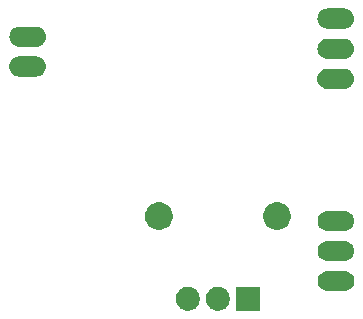
<source format=gbr>
G04 #@! TF.GenerationSoftware,KiCad,Pcbnew,(5.1.5-0-10_14)*
G04 #@! TF.CreationDate,2021-09-10T16:44:22+02:00*
G04 #@! TF.ProjectId,cleanblend,636c6561-6e62-46c6-956e-642e6b696361,rev?*
G04 #@! TF.SameCoordinates,Original*
G04 #@! TF.FileFunction,Soldermask,Bot*
G04 #@! TF.FilePolarity,Negative*
%FSLAX46Y46*%
G04 Gerber Fmt 4.6, Leading zero omitted, Abs format (unit mm)*
G04 Created by KiCad (PCBNEW (5.1.5-0-10_14)) date 2021-09-10 16:44:22*
%MOMM*%
%LPD*%
G04 APERTURE LIST*
%ADD10C,0.100000*%
G04 APERTURE END LIST*
D10*
G36*
X103556200Y-101016200D02*
G01*
X101523800Y-101016200D01*
X101523800Y-98983800D01*
X103556200Y-98983800D01*
X103556200Y-101016200D01*
G37*
G36*
X100296415Y-99022851D02*
G01*
X100481350Y-99099454D01*
X100564004Y-99154682D01*
X100647790Y-99210666D01*
X100789334Y-99352210D01*
X100789335Y-99352212D01*
X100900546Y-99518650D01*
X100977149Y-99703585D01*
X101016200Y-99899912D01*
X101016200Y-100100088D01*
X100977149Y-100296415D01*
X100900546Y-100481350D01*
X100900545Y-100481351D01*
X100789334Y-100647790D01*
X100647790Y-100789334D01*
X100564004Y-100845318D01*
X100481350Y-100900546D01*
X100296415Y-100977149D01*
X100100088Y-101016200D01*
X99899912Y-101016200D01*
X99703585Y-100977149D01*
X99518650Y-100900546D01*
X99435996Y-100845318D01*
X99352210Y-100789334D01*
X99210666Y-100647790D01*
X99099455Y-100481351D01*
X99099454Y-100481350D01*
X99022851Y-100296415D01*
X98983800Y-100100088D01*
X98983800Y-99899912D01*
X99022851Y-99703585D01*
X99099454Y-99518650D01*
X99210665Y-99352212D01*
X99210666Y-99352210D01*
X99352210Y-99210666D01*
X99435996Y-99154682D01*
X99518650Y-99099454D01*
X99703585Y-99022851D01*
X99899912Y-98983800D01*
X100100088Y-98983800D01*
X100296415Y-99022851D01*
G37*
G36*
X97756415Y-99022851D02*
G01*
X97941350Y-99099454D01*
X98024004Y-99154682D01*
X98107790Y-99210666D01*
X98249334Y-99352210D01*
X98249335Y-99352212D01*
X98360546Y-99518650D01*
X98437149Y-99703585D01*
X98476200Y-99899912D01*
X98476200Y-100100088D01*
X98437149Y-100296415D01*
X98360546Y-100481350D01*
X98360545Y-100481351D01*
X98249334Y-100647790D01*
X98107790Y-100789334D01*
X98024004Y-100845318D01*
X97941350Y-100900546D01*
X97756415Y-100977149D01*
X97560088Y-101016200D01*
X97359912Y-101016200D01*
X97163585Y-100977149D01*
X96978650Y-100900546D01*
X96895996Y-100845318D01*
X96812210Y-100789334D01*
X96670666Y-100647790D01*
X96559455Y-100481351D01*
X96559454Y-100481350D01*
X96482851Y-100296415D01*
X96443800Y-100100088D01*
X96443800Y-99899912D01*
X96482851Y-99703585D01*
X96559454Y-99518650D01*
X96670665Y-99352212D01*
X96670666Y-99352210D01*
X96812210Y-99210666D01*
X96895996Y-99154682D01*
X96978650Y-99099454D01*
X97163585Y-99022851D01*
X97359912Y-98983800D01*
X97560088Y-98983800D01*
X97756415Y-99022851D01*
G37*
G36*
X110866823Y-97661313D02*
G01*
X111027242Y-97709976D01*
X111159906Y-97780886D01*
X111175078Y-97788996D01*
X111304659Y-97895341D01*
X111411004Y-98024922D01*
X111411005Y-98024924D01*
X111490024Y-98172758D01*
X111538687Y-98333177D01*
X111555117Y-98500000D01*
X111538687Y-98666823D01*
X111490024Y-98827242D01*
X111419114Y-98959906D01*
X111411004Y-98975078D01*
X111304659Y-99104659D01*
X111175078Y-99211004D01*
X111175076Y-99211005D01*
X111027242Y-99290024D01*
X110866823Y-99338687D01*
X110741804Y-99351000D01*
X109258196Y-99351000D01*
X109133177Y-99338687D01*
X108972758Y-99290024D01*
X108824924Y-99211005D01*
X108824922Y-99211004D01*
X108695341Y-99104659D01*
X108588996Y-98975078D01*
X108580886Y-98959906D01*
X108509976Y-98827242D01*
X108461313Y-98666823D01*
X108444883Y-98500000D01*
X108461313Y-98333177D01*
X108509976Y-98172758D01*
X108588995Y-98024924D01*
X108588996Y-98024922D01*
X108695341Y-97895341D01*
X108824922Y-97788996D01*
X108840094Y-97780886D01*
X108972758Y-97709976D01*
X109133177Y-97661313D01*
X109258196Y-97649000D01*
X110741804Y-97649000D01*
X110866823Y-97661313D01*
G37*
G36*
X110856823Y-95121313D02*
G01*
X111017242Y-95169976D01*
X111149906Y-95240886D01*
X111165078Y-95248996D01*
X111294659Y-95355341D01*
X111401004Y-95484922D01*
X111401005Y-95484924D01*
X111480024Y-95632758D01*
X111528687Y-95793177D01*
X111545117Y-95960000D01*
X111528687Y-96126823D01*
X111480024Y-96287242D01*
X111409114Y-96419906D01*
X111401004Y-96435078D01*
X111294659Y-96564659D01*
X111165078Y-96671004D01*
X111165076Y-96671005D01*
X111017242Y-96750024D01*
X110856823Y-96798687D01*
X110731804Y-96811000D01*
X109248196Y-96811000D01*
X109123177Y-96798687D01*
X108962758Y-96750024D01*
X108814924Y-96671005D01*
X108814922Y-96671004D01*
X108685341Y-96564659D01*
X108578996Y-96435078D01*
X108570886Y-96419906D01*
X108499976Y-96287242D01*
X108451313Y-96126823D01*
X108434883Y-95960000D01*
X108451313Y-95793177D01*
X108499976Y-95632758D01*
X108578995Y-95484924D01*
X108578996Y-95484922D01*
X108685341Y-95355341D01*
X108814922Y-95248996D01*
X108830094Y-95240886D01*
X108962758Y-95169976D01*
X109123177Y-95121313D01*
X109248196Y-95109000D01*
X110731804Y-95109000D01*
X110856823Y-95121313D01*
G37*
G36*
X110856823Y-92571313D02*
G01*
X111017242Y-92619976D01*
X111086458Y-92656973D01*
X111165078Y-92698996D01*
X111294659Y-92805341D01*
X111401004Y-92934922D01*
X111401005Y-92934924D01*
X111480024Y-93082758D01*
X111528687Y-93243177D01*
X111545117Y-93410000D01*
X111528687Y-93576823D01*
X111480024Y-93737242D01*
X111409114Y-93869906D01*
X111401004Y-93885078D01*
X111294659Y-94014659D01*
X111165078Y-94121004D01*
X111165076Y-94121005D01*
X111017242Y-94200024D01*
X110856823Y-94248687D01*
X110731804Y-94261000D01*
X109248196Y-94261000D01*
X109123177Y-94248687D01*
X108962758Y-94200024D01*
X108814924Y-94121005D01*
X108814922Y-94121004D01*
X108685341Y-94014659D01*
X108578996Y-93885078D01*
X108570886Y-93869906D01*
X108499976Y-93737242D01*
X108451313Y-93576823D01*
X108434883Y-93410000D01*
X108451313Y-93243177D01*
X108499976Y-93082758D01*
X108578995Y-92934924D01*
X108578996Y-92934922D01*
X108685341Y-92805341D01*
X108814922Y-92698996D01*
X108893542Y-92656973D01*
X108962758Y-92619976D01*
X109123177Y-92571313D01*
X109248196Y-92559000D01*
X110731804Y-92559000D01*
X110856823Y-92571313D01*
G37*
G36*
X105191560Y-91839064D02*
G01*
X105343027Y-91869193D01*
X105557045Y-91957842D01*
X105557046Y-91957843D01*
X105749654Y-92086539D01*
X105913461Y-92250346D01*
X105999258Y-92378751D01*
X106042158Y-92442955D01*
X106130807Y-92656973D01*
X106176000Y-92884174D01*
X106176000Y-93115826D01*
X106130807Y-93343027D01*
X106042158Y-93557045D01*
X106028941Y-93576825D01*
X105913461Y-93749654D01*
X105749654Y-93913461D01*
X105621249Y-93999258D01*
X105557045Y-94042158D01*
X105343027Y-94130807D01*
X105191560Y-94160936D01*
X105115827Y-94176000D01*
X104884173Y-94176000D01*
X104808440Y-94160936D01*
X104656973Y-94130807D01*
X104442955Y-94042158D01*
X104378751Y-93999258D01*
X104250346Y-93913461D01*
X104086539Y-93749654D01*
X103971059Y-93576825D01*
X103957842Y-93557045D01*
X103869193Y-93343027D01*
X103824000Y-93115826D01*
X103824000Y-92884174D01*
X103869193Y-92656973D01*
X103957842Y-92442955D01*
X104000742Y-92378751D01*
X104086539Y-92250346D01*
X104250346Y-92086539D01*
X104442954Y-91957843D01*
X104442955Y-91957842D01*
X104656973Y-91869193D01*
X104808440Y-91839064D01*
X104884173Y-91824000D01*
X105115827Y-91824000D01*
X105191560Y-91839064D01*
G37*
G36*
X95191560Y-91839064D02*
G01*
X95343027Y-91869193D01*
X95557045Y-91957842D01*
X95557046Y-91957843D01*
X95749654Y-92086539D01*
X95913461Y-92250346D01*
X95999258Y-92378751D01*
X96042158Y-92442955D01*
X96130807Y-92656973D01*
X96176000Y-92884174D01*
X96176000Y-93115826D01*
X96130807Y-93343027D01*
X96042158Y-93557045D01*
X96028941Y-93576825D01*
X95913461Y-93749654D01*
X95749654Y-93913461D01*
X95621249Y-93999258D01*
X95557045Y-94042158D01*
X95343027Y-94130807D01*
X95191560Y-94160936D01*
X95115827Y-94176000D01*
X94884173Y-94176000D01*
X94808440Y-94160936D01*
X94656973Y-94130807D01*
X94442955Y-94042158D01*
X94378751Y-93999258D01*
X94250346Y-93913461D01*
X94086539Y-93749654D01*
X93971059Y-93576825D01*
X93957842Y-93557045D01*
X93869193Y-93343027D01*
X93824000Y-93115826D01*
X93824000Y-92884174D01*
X93869193Y-92656973D01*
X93957842Y-92442955D01*
X94000742Y-92378751D01*
X94086539Y-92250346D01*
X94250346Y-92086539D01*
X94442954Y-91957843D01*
X94442955Y-91957842D01*
X94656973Y-91869193D01*
X94808440Y-91839064D01*
X94884173Y-91824000D01*
X95115827Y-91824000D01*
X95191560Y-91839064D01*
G37*
G36*
X110836823Y-80531313D02*
G01*
X110997242Y-80579976D01*
X111129906Y-80650886D01*
X111145078Y-80658996D01*
X111274659Y-80765341D01*
X111381004Y-80894922D01*
X111381005Y-80894924D01*
X111460024Y-81042758D01*
X111508687Y-81203177D01*
X111525117Y-81370000D01*
X111508687Y-81536823D01*
X111460024Y-81697242D01*
X111389114Y-81829906D01*
X111381004Y-81845078D01*
X111274659Y-81974659D01*
X111145078Y-82081004D01*
X111145076Y-82081005D01*
X110997242Y-82160024D01*
X110836823Y-82208687D01*
X110711804Y-82221000D01*
X109228196Y-82221000D01*
X109103177Y-82208687D01*
X108942758Y-82160024D01*
X108794924Y-82081005D01*
X108794922Y-82081004D01*
X108665341Y-81974659D01*
X108558996Y-81845078D01*
X108550886Y-81829906D01*
X108479976Y-81697242D01*
X108431313Y-81536823D01*
X108414883Y-81370000D01*
X108431313Y-81203177D01*
X108479976Y-81042758D01*
X108558995Y-80894924D01*
X108558996Y-80894922D01*
X108665341Y-80765341D01*
X108794922Y-80658996D01*
X108810094Y-80650886D01*
X108942758Y-80579976D01*
X109103177Y-80531313D01*
X109228196Y-80519000D01*
X110711804Y-80519000D01*
X110836823Y-80531313D01*
G37*
G36*
X84756823Y-79491313D02*
G01*
X84917242Y-79539976D01*
X85048292Y-79610024D01*
X85065078Y-79618996D01*
X85194659Y-79725341D01*
X85301004Y-79854922D01*
X85301005Y-79854924D01*
X85380024Y-80002758D01*
X85428687Y-80163177D01*
X85445117Y-80330000D01*
X85428687Y-80496823D01*
X85380024Y-80657242D01*
X85379086Y-80658996D01*
X85301004Y-80805078D01*
X85194659Y-80934659D01*
X85065078Y-81041004D01*
X85065076Y-81041005D01*
X84917242Y-81120024D01*
X84756823Y-81168687D01*
X84631804Y-81181000D01*
X83148196Y-81181000D01*
X83023177Y-81168687D01*
X82862758Y-81120024D01*
X82714924Y-81041005D01*
X82714922Y-81041004D01*
X82585341Y-80934659D01*
X82478996Y-80805078D01*
X82400914Y-80658996D01*
X82399976Y-80657242D01*
X82351313Y-80496823D01*
X82334883Y-80330000D01*
X82351313Y-80163177D01*
X82399976Y-80002758D01*
X82478995Y-79854924D01*
X82478996Y-79854922D01*
X82585341Y-79725341D01*
X82714922Y-79618996D01*
X82731708Y-79610024D01*
X82862758Y-79539976D01*
X83023177Y-79491313D01*
X83148196Y-79479000D01*
X84631804Y-79479000D01*
X84756823Y-79491313D01*
G37*
G36*
X110846823Y-77981313D02*
G01*
X111007242Y-78029976D01*
X111139906Y-78100886D01*
X111155078Y-78108996D01*
X111284659Y-78215341D01*
X111391004Y-78344922D01*
X111391005Y-78344924D01*
X111470024Y-78492758D01*
X111518687Y-78653177D01*
X111535117Y-78820000D01*
X111518687Y-78986823D01*
X111470024Y-79147242D01*
X111399114Y-79279906D01*
X111391004Y-79295078D01*
X111284659Y-79424659D01*
X111155078Y-79531004D01*
X111155076Y-79531005D01*
X111007242Y-79610024D01*
X110846823Y-79658687D01*
X110721804Y-79671000D01*
X109238196Y-79671000D01*
X109113177Y-79658687D01*
X108952758Y-79610024D01*
X108804924Y-79531005D01*
X108804922Y-79531004D01*
X108675341Y-79424659D01*
X108568996Y-79295078D01*
X108560886Y-79279906D01*
X108489976Y-79147242D01*
X108441313Y-78986823D01*
X108424883Y-78820000D01*
X108441313Y-78653177D01*
X108489976Y-78492758D01*
X108568995Y-78344924D01*
X108568996Y-78344922D01*
X108675341Y-78215341D01*
X108804922Y-78108996D01*
X108820094Y-78100886D01*
X108952758Y-78029976D01*
X109113177Y-77981313D01*
X109238196Y-77969000D01*
X110721804Y-77969000D01*
X110846823Y-77981313D01*
G37*
G36*
X84766823Y-76961313D02*
G01*
X84927242Y-77009976D01*
X85020875Y-77060024D01*
X85075078Y-77088996D01*
X85204659Y-77195341D01*
X85311004Y-77324922D01*
X85311005Y-77324924D01*
X85390024Y-77472758D01*
X85438687Y-77633177D01*
X85455117Y-77800000D01*
X85438687Y-77966823D01*
X85390024Y-78127242D01*
X85342934Y-78215341D01*
X85311004Y-78275078D01*
X85204659Y-78404659D01*
X85075078Y-78511004D01*
X85075076Y-78511005D01*
X84927242Y-78590024D01*
X84766823Y-78638687D01*
X84641804Y-78651000D01*
X83158196Y-78651000D01*
X83033177Y-78638687D01*
X82872758Y-78590024D01*
X82724924Y-78511005D01*
X82724922Y-78511004D01*
X82595341Y-78404659D01*
X82488996Y-78275078D01*
X82457066Y-78215341D01*
X82409976Y-78127242D01*
X82361313Y-77966823D01*
X82344883Y-77800000D01*
X82361313Y-77633177D01*
X82409976Y-77472758D01*
X82488995Y-77324924D01*
X82488996Y-77324922D01*
X82595341Y-77195341D01*
X82724922Y-77088996D01*
X82779125Y-77060024D01*
X82872758Y-77009976D01*
X83033177Y-76961313D01*
X83158196Y-76949000D01*
X84641804Y-76949000D01*
X84766823Y-76961313D01*
G37*
G36*
X110846823Y-75431313D02*
G01*
X111007242Y-75479976D01*
X111139906Y-75550886D01*
X111155078Y-75558996D01*
X111284659Y-75665341D01*
X111391004Y-75794922D01*
X111391005Y-75794924D01*
X111470024Y-75942758D01*
X111518687Y-76103177D01*
X111535117Y-76270000D01*
X111518687Y-76436823D01*
X111470024Y-76597242D01*
X111399114Y-76729906D01*
X111391004Y-76745078D01*
X111284659Y-76874659D01*
X111155078Y-76981004D01*
X111155076Y-76981005D01*
X111007242Y-77060024D01*
X110846823Y-77108687D01*
X110721804Y-77121000D01*
X109238196Y-77121000D01*
X109113177Y-77108687D01*
X108952758Y-77060024D01*
X108804924Y-76981005D01*
X108804922Y-76981004D01*
X108675341Y-76874659D01*
X108568996Y-76745078D01*
X108560886Y-76729906D01*
X108489976Y-76597242D01*
X108441313Y-76436823D01*
X108424883Y-76270000D01*
X108441313Y-76103177D01*
X108489976Y-75942758D01*
X108568995Y-75794924D01*
X108568996Y-75794922D01*
X108675341Y-75665341D01*
X108804922Y-75558996D01*
X108820094Y-75550886D01*
X108952758Y-75479976D01*
X109113177Y-75431313D01*
X109238196Y-75419000D01*
X110721804Y-75419000D01*
X110846823Y-75431313D01*
G37*
M02*

</source>
